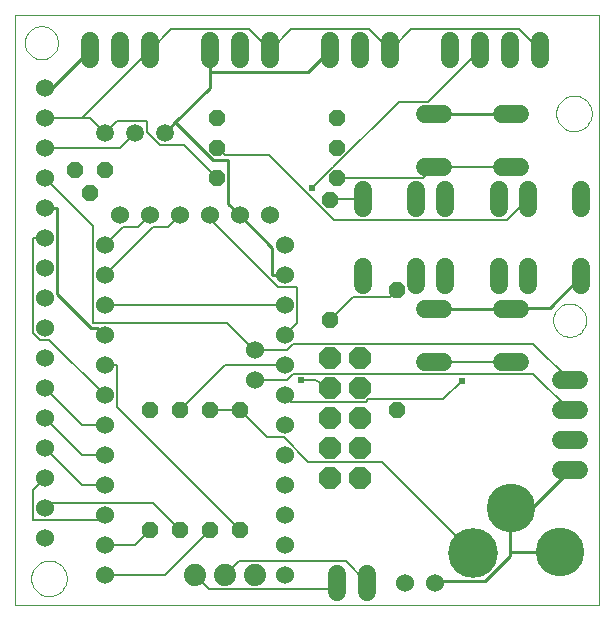
<source format=gbl>
G75*
%MOIN*%
%OFA0B0*%
%FSLAX24Y24*%
%IPPOS*%
%LPD*%
%AMOC8*
5,1,8,0,0,1.08239X$1,22.5*
%
%ADD10C,0.0000*%
%ADD11C,0.0600*%
%ADD12OC8,0.0520*%
%ADD13C,0.0594*%
%ADD14C,0.0594*%
%ADD15C,0.0600*%
%ADD16C,0.0740*%
%ADD17OC8,0.0740*%
%ADD18C,0.1660*%
%ADD19C,0.1620*%
%ADD20C,0.0100*%
%ADD21C,0.0080*%
%ADD22C,0.0240*%
D10*
X000100Y001383D02*
X000100Y021068D01*
X019592Y021068D01*
X019592Y001383D01*
X000100Y001383D01*
X000653Y002277D02*
X000655Y002325D01*
X000661Y002373D01*
X000671Y002420D01*
X000684Y002466D01*
X000702Y002511D01*
X000722Y002555D01*
X000747Y002597D01*
X000775Y002636D01*
X000805Y002673D01*
X000839Y002707D01*
X000876Y002739D01*
X000914Y002768D01*
X000955Y002793D01*
X000998Y002815D01*
X001043Y002833D01*
X001089Y002847D01*
X001136Y002858D01*
X001184Y002865D01*
X001232Y002868D01*
X001280Y002867D01*
X001328Y002862D01*
X001376Y002853D01*
X001422Y002841D01*
X001467Y002824D01*
X001511Y002804D01*
X001553Y002781D01*
X001593Y002754D01*
X001631Y002724D01*
X001666Y002691D01*
X001698Y002655D01*
X001728Y002617D01*
X001754Y002576D01*
X001776Y002533D01*
X001796Y002489D01*
X001811Y002444D01*
X001823Y002397D01*
X001831Y002349D01*
X001835Y002301D01*
X001835Y002253D01*
X001831Y002205D01*
X001823Y002157D01*
X001811Y002110D01*
X001796Y002065D01*
X001776Y002021D01*
X001754Y001978D01*
X001728Y001937D01*
X001698Y001899D01*
X001666Y001863D01*
X001631Y001830D01*
X001593Y001800D01*
X001553Y001773D01*
X001511Y001750D01*
X001467Y001730D01*
X001422Y001713D01*
X001376Y001701D01*
X001328Y001692D01*
X001280Y001687D01*
X001232Y001686D01*
X001184Y001689D01*
X001136Y001696D01*
X001089Y001707D01*
X001043Y001721D01*
X000998Y001739D01*
X000955Y001761D01*
X000914Y001786D01*
X000876Y001815D01*
X000839Y001847D01*
X000805Y001881D01*
X000775Y001918D01*
X000747Y001957D01*
X000722Y001999D01*
X000702Y002043D01*
X000684Y002088D01*
X000671Y002134D01*
X000661Y002181D01*
X000655Y002229D01*
X000653Y002277D01*
X018049Y010883D02*
X018051Y010930D01*
X018057Y010976D01*
X018067Y011022D01*
X018080Y011067D01*
X018098Y011110D01*
X018119Y011152D01*
X018143Y011192D01*
X018171Y011229D01*
X018202Y011264D01*
X018236Y011297D01*
X018272Y011326D01*
X018311Y011352D01*
X018352Y011375D01*
X018395Y011394D01*
X018439Y011410D01*
X018484Y011422D01*
X018530Y011430D01*
X018577Y011434D01*
X018623Y011434D01*
X018670Y011430D01*
X018716Y011422D01*
X018761Y011410D01*
X018805Y011394D01*
X018848Y011375D01*
X018889Y011352D01*
X018928Y011326D01*
X018964Y011297D01*
X018998Y011264D01*
X019029Y011229D01*
X019057Y011192D01*
X019081Y011152D01*
X019102Y011110D01*
X019120Y011067D01*
X019133Y011022D01*
X019143Y010976D01*
X019149Y010930D01*
X019151Y010883D01*
X019149Y010836D01*
X019143Y010790D01*
X019133Y010744D01*
X019120Y010699D01*
X019102Y010656D01*
X019081Y010614D01*
X019057Y010574D01*
X019029Y010537D01*
X018998Y010502D01*
X018964Y010469D01*
X018928Y010440D01*
X018889Y010414D01*
X018848Y010391D01*
X018805Y010372D01*
X018761Y010356D01*
X018716Y010344D01*
X018670Y010336D01*
X018623Y010332D01*
X018577Y010332D01*
X018530Y010336D01*
X018484Y010344D01*
X018439Y010356D01*
X018395Y010372D01*
X018352Y010391D01*
X018311Y010414D01*
X018272Y010440D01*
X018236Y010469D01*
X018202Y010502D01*
X018171Y010537D01*
X018143Y010574D01*
X018119Y010614D01*
X018098Y010656D01*
X018080Y010699D01*
X018067Y010744D01*
X018057Y010790D01*
X018051Y010836D01*
X018049Y010883D01*
X018153Y017777D02*
X018155Y017825D01*
X018161Y017873D01*
X018171Y017920D01*
X018184Y017966D01*
X018202Y018011D01*
X018222Y018055D01*
X018247Y018097D01*
X018275Y018136D01*
X018305Y018173D01*
X018339Y018207D01*
X018376Y018239D01*
X018414Y018268D01*
X018455Y018293D01*
X018498Y018315D01*
X018543Y018333D01*
X018589Y018347D01*
X018636Y018358D01*
X018684Y018365D01*
X018732Y018368D01*
X018780Y018367D01*
X018828Y018362D01*
X018876Y018353D01*
X018922Y018341D01*
X018967Y018324D01*
X019011Y018304D01*
X019053Y018281D01*
X019093Y018254D01*
X019131Y018224D01*
X019166Y018191D01*
X019198Y018155D01*
X019228Y018117D01*
X019254Y018076D01*
X019276Y018033D01*
X019296Y017989D01*
X019311Y017944D01*
X019323Y017897D01*
X019331Y017849D01*
X019335Y017801D01*
X019335Y017753D01*
X019331Y017705D01*
X019323Y017657D01*
X019311Y017610D01*
X019296Y017565D01*
X019276Y017521D01*
X019254Y017478D01*
X019228Y017437D01*
X019198Y017399D01*
X019166Y017363D01*
X019131Y017330D01*
X019093Y017300D01*
X019053Y017273D01*
X019011Y017250D01*
X018967Y017230D01*
X018922Y017213D01*
X018876Y017201D01*
X018828Y017192D01*
X018780Y017187D01*
X018732Y017186D01*
X018684Y017189D01*
X018636Y017196D01*
X018589Y017207D01*
X018543Y017221D01*
X018498Y017239D01*
X018455Y017261D01*
X018414Y017286D01*
X018376Y017315D01*
X018339Y017347D01*
X018305Y017381D01*
X018275Y017418D01*
X018247Y017457D01*
X018222Y017499D01*
X018202Y017543D01*
X018184Y017588D01*
X018171Y017634D01*
X018161Y017681D01*
X018155Y017729D01*
X018153Y017777D01*
X000443Y020133D02*
X000445Y020180D01*
X000451Y020226D01*
X000461Y020272D01*
X000474Y020317D01*
X000492Y020360D01*
X000513Y020402D01*
X000537Y020442D01*
X000565Y020479D01*
X000596Y020514D01*
X000630Y020547D01*
X000666Y020576D01*
X000705Y020602D01*
X000746Y020625D01*
X000789Y020644D01*
X000833Y020660D01*
X000878Y020672D01*
X000924Y020680D01*
X000971Y020684D01*
X001017Y020684D01*
X001064Y020680D01*
X001110Y020672D01*
X001155Y020660D01*
X001199Y020644D01*
X001242Y020625D01*
X001283Y020602D01*
X001322Y020576D01*
X001358Y020547D01*
X001392Y020514D01*
X001423Y020479D01*
X001451Y020442D01*
X001475Y020402D01*
X001496Y020360D01*
X001514Y020317D01*
X001527Y020272D01*
X001537Y020226D01*
X001543Y020180D01*
X001545Y020133D01*
X001543Y020086D01*
X001537Y020040D01*
X001527Y019994D01*
X001514Y019949D01*
X001496Y019906D01*
X001475Y019864D01*
X001451Y019824D01*
X001423Y019787D01*
X001392Y019752D01*
X001358Y019719D01*
X001322Y019690D01*
X001283Y019664D01*
X001242Y019641D01*
X001199Y019622D01*
X001155Y019606D01*
X001110Y019594D01*
X001064Y019586D01*
X001017Y019582D01*
X000971Y019582D01*
X000924Y019586D01*
X000878Y019594D01*
X000833Y019606D01*
X000789Y019622D01*
X000746Y019641D01*
X000705Y019664D01*
X000666Y019690D01*
X000630Y019719D01*
X000596Y019752D01*
X000565Y019787D01*
X000537Y019824D01*
X000513Y019864D01*
X000492Y019906D01*
X000474Y019949D01*
X000461Y019994D01*
X000451Y020040D01*
X000445Y020086D01*
X000443Y020133D01*
D11*
X001100Y018633D03*
X001100Y017633D03*
X001100Y016633D03*
X001100Y015633D03*
X001100Y014633D03*
X001100Y013633D03*
X001100Y012633D03*
X001100Y011633D03*
X001100Y010633D03*
X001100Y009633D03*
X001100Y008633D03*
X001100Y007633D03*
X001100Y006633D03*
X001100Y005633D03*
X001100Y004633D03*
X001100Y003633D03*
X003100Y003383D03*
X003100Y004383D03*
X003100Y005383D03*
X003100Y006383D03*
X003100Y007383D03*
X003100Y008383D03*
X003100Y009383D03*
X003100Y010383D03*
X003100Y011383D03*
X003100Y012383D03*
X003100Y013383D03*
X003600Y014383D03*
X004600Y014383D03*
X005600Y014383D03*
X006600Y014383D03*
X007600Y014383D03*
X008600Y014383D03*
X009100Y013383D03*
X009100Y012383D03*
X009100Y011383D03*
X009100Y010383D03*
X009100Y009383D03*
X009100Y008383D03*
X009100Y007383D03*
X009100Y006383D03*
X009100Y005383D03*
X009100Y004383D03*
X009100Y003383D03*
X009100Y002383D03*
X013100Y002133D03*
X014100Y002133D03*
X008100Y008883D03*
X008100Y009883D03*
X003100Y002383D03*
D12*
X004600Y003883D03*
X005600Y003883D03*
X006600Y003883D03*
X007600Y003883D03*
X007600Y007883D03*
X006600Y007883D03*
X005600Y007883D03*
X004600Y007883D03*
X010600Y010883D03*
X012850Y011883D03*
X010600Y014883D03*
X010850Y015633D03*
X010850Y016633D03*
X010850Y017633D03*
X006850Y017633D03*
X006850Y016633D03*
X006850Y015633D03*
X003100Y015883D03*
X002600Y015133D03*
X002100Y015883D03*
X012850Y007883D03*
D13*
X005100Y017133D03*
X004100Y017133D03*
X003100Y017133D03*
D14*
X002600Y019586D02*
X002600Y020180D01*
X003600Y020180D02*
X003600Y019586D01*
X004600Y019586D02*
X004600Y020180D01*
X006600Y020180D02*
X006600Y019586D01*
X007600Y019586D02*
X007600Y020180D01*
X008600Y020180D02*
X008600Y019586D01*
X010600Y019586D02*
X010600Y020180D01*
X011600Y020180D02*
X011600Y019586D01*
X012600Y019586D02*
X012600Y020180D01*
X014600Y020180D02*
X014600Y019586D01*
X015600Y019586D02*
X015600Y020180D01*
X016600Y020180D02*
X016600Y019586D01*
X017600Y019586D02*
X017600Y020180D01*
X018303Y008883D02*
X018897Y008883D01*
X018897Y007883D02*
X018303Y007883D01*
X018303Y006883D02*
X018897Y006883D01*
X018897Y005883D02*
X018303Y005883D01*
X011850Y002430D02*
X011850Y001836D01*
X010850Y001836D02*
X010850Y002430D01*
D15*
X013770Y009493D02*
X014370Y009493D01*
X014370Y011273D02*
X013770Y011273D01*
X013490Y012053D02*
X013490Y012653D01*
X014460Y012653D02*
X014460Y012053D01*
X016240Y012053D02*
X016240Y012653D01*
X017210Y012653D02*
X017210Y012053D01*
X016930Y011273D02*
X016330Y011273D01*
X016330Y009493D02*
X016930Y009493D01*
X018990Y012053D02*
X018990Y012653D01*
X018990Y014613D02*
X018990Y015213D01*
X017210Y015213D02*
X017210Y014613D01*
X016240Y014613D02*
X016240Y015213D01*
X016330Y015993D02*
X016930Y015993D01*
X016930Y017773D02*
X016330Y017773D01*
X014370Y017773D02*
X013770Y017773D01*
X013770Y015993D02*
X014370Y015993D01*
X014460Y015213D02*
X014460Y014613D01*
X013490Y014613D02*
X013490Y015213D01*
X011710Y015213D02*
X011710Y014613D01*
X011710Y012653D02*
X011710Y012053D01*
D16*
X008100Y002383D03*
X007100Y002383D03*
X006100Y002383D03*
D17*
X010600Y005633D03*
X011600Y005633D03*
X011600Y006633D03*
X011600Y007633D03*
X010600Y007633D03*
X010600Y006633D03*
X010600Y008633D03*
X010600Y009633D03*
X011600Y009633D03*
X011600Y008633D03*
D18*
X015386Y003133D03*
D19*
X016637Y004614D03*
X018269Y003143D03*
D20*
X016610Y003143D01*
X016610Y003023D01*
X015780Y002193D01*
X014160Y002193D01*
X014100Y002133D01*
X016610Y003143D02*
X016610Y004573D01*
X016637Y004614D01*
X016640Y004623D01*
X017340Y004623D01*
X018600Y005883D01*
X017940Y011303D02*
X016670Y011303D01*
X016630Y011273D01*
X014070Y011273D01*
X017940Y011303D02*
X018990Y012353D01*
X016630Y017773D02*
X014070Y017773D01*
X010600Y019883D02*
X009890Y019173D01*
X006600Y019173D01*
X006600Y018633D01*
X005455Y017488D01*
X006710Y016233D01*
X007220Y016233D01*
X007220Y014773D01*
X007570Y014423D01*
X007600Y014383D01*
X008690Y013293D01*
X008690Y012383D01*
X009100Y012383D01*
X005100Y017133D02*
X005455Y017488D01*
X006600Y019173D02*
X006600Y019883D01*
X002600Y019883D02*
X001350Y018633D01*
X001100Y018633D01*
X001100Y014633D02*
X001510Y014633D01*
X001510Y011753D01*
X002630Y010633D01*
X002850Y010633D01*
X003100Y010383D01*
D21*
X002700Y010783D02*
X007190Y010783D01*
X008070Y009903D01*
X008100Y009883D01*
X009170Y009883D01*
X009390Y010103D01*
X017380Y010103D01*
X018600Y008883D01*
X018600Y007883D02*
X017390Y009093D01*
X011560Y009093D01*
X011550Y009103D01*
X009390Y009103D01*
X009170Y008883D01*
X008100Y008883D01*
X009100Y009383D02*
X007100Y009383D01*
X005600Y007883D01*
X006600Y007883D02*
X007600Y007883D01*
X007630Y007863D01*
X008510Y006983D01*
X009070Y006983D01*
X009890Y006163D01*
X012350Y006163D01*
X015380Y003133D01*
X015386Y003133D01*
X011850Y002133D02*
X011130Y002853D01*
X007570Y002853D01*
X007100Y002383D01*
X006570Y001913D02*
X006100Y002383D01*
X006570Y001913D02*
X010630Y001913D01*
X010850Y002133D01*
X007600Y003883D02*
X003500Y007983D01*
X003500Y009383D01*
X003100Y009383D01*
X003100Y008383D02*
X001250Y010233D01*
X000930Y010233D01*
X000700Y010463D01*
X000700Y013633D01*
X001100Y013633D01*
X002700Y014033D02*
X002700Y010783D01*
X003100Y011383D02*
X009100Y011383D01*
X008870Y011983D02*
X006600Y014253D01*
X006600Y014383D01*
X005600Y014383D02*
X005200Y013983D01*
X004700Y013983D01*
X003100Y012383D01*
X003100Y013383D02*
X003700Y013983D01*
X004200Y013983D01*
X004600Y014383D01*
X002700Y014033D02*
X001100Y015633D01*
X001100Y016633D02*
X003600Y016633D01*
X004100Y017133D01*
X004500Y017163D02*
X004500Y017533D01*
X003510Y017533D01*
X003130Y017153D01*
X003100Y017133D01*
X002600Y017633D01*
X002380Y017633D01*
X002380Y017663D01*
X004600Y019883D01*
X004630Y019903D01*
X005310Y020583D01*
X007900Y020583D01*
X008600Y019883D01*
X008630Y019903D01*
X009310Y020583D01*
X011900Y020583D01*
X012600Y019883D01*
X012630Y019903D01*
X013310Y020583D01*
X016900Y020583D01*
X017600Y019883D01*
X015600Y019883D02*
X013890Y018173D01*
X012900Y018173D01*
X010720Y015993D01*
X010700Y015993D01*
X010000Y015293D01*
X010600Y014883D02*
X010630Y014913D01*
X011710Y014913D01*
X010850Y015633D02*
X013700Y015633D01*
X014040Y015973D01*
X014070Y015993D01*
X016630Y015993D01*
X017210Y014913D02*
X016510Y014213D01*
X010760Y014213D01*
X008590Y016383D01*
X007100Y016383D01*
X006850Y016633D01*
X006850Y015633D02*
X005750Y016733D01*
X004930Y016733D01*
X004500Y017163D01*
X002380Y017633D02*
X001100Y017633D01*
X008870Y011983D02*
X009500Y011983D01*
X009500Y010783D01*
X009100Y010383D01*
X010600Y010883D02*
X011370Y011653D01*
X012620Y011653D01*
X012850Y011883D01*
X014070Y009493D02*
X016630Y009493D01*
X015010Y008873D02*
X014380Y008243D01*
X011880Y008243D01*
X011800Y008163D01*
X009320Y008163D01*
X009100Y008383D01*
X009660Y008883D02*
X010100Y008883D01*
X010600Y008633D01*
X006600Y003883D02*
X005100Y002383D01*
X003100Y002383D01*
X003100Y003383D02*
X004100Y003383D01*
X004600Y003883D01*
X004700Y004783D02*
X005600Y003883D01*
X004700Y004783D02*
X001250Y004783D01*
X001100Y004633D01*
X000700Y004233D02*
X002950Y004233D01*
X003100Y004383D01*
X003100Y005383D02*
X002350Y005383D01*
X001100Y006633D01*
X001100Y007633D02*
X002350Y006383D01*
X003100Y006383D01*
X003100Y007383D02*
X002350Y007383D01*
X001100Y008633D01*
X001100Y005633D02*
X000700Y005233D01*
X000700Y004233D01*
D22*
X009660Y008883D03*
X015010Y008873D03*
X010000Y015293D03*
M02*

</source>
